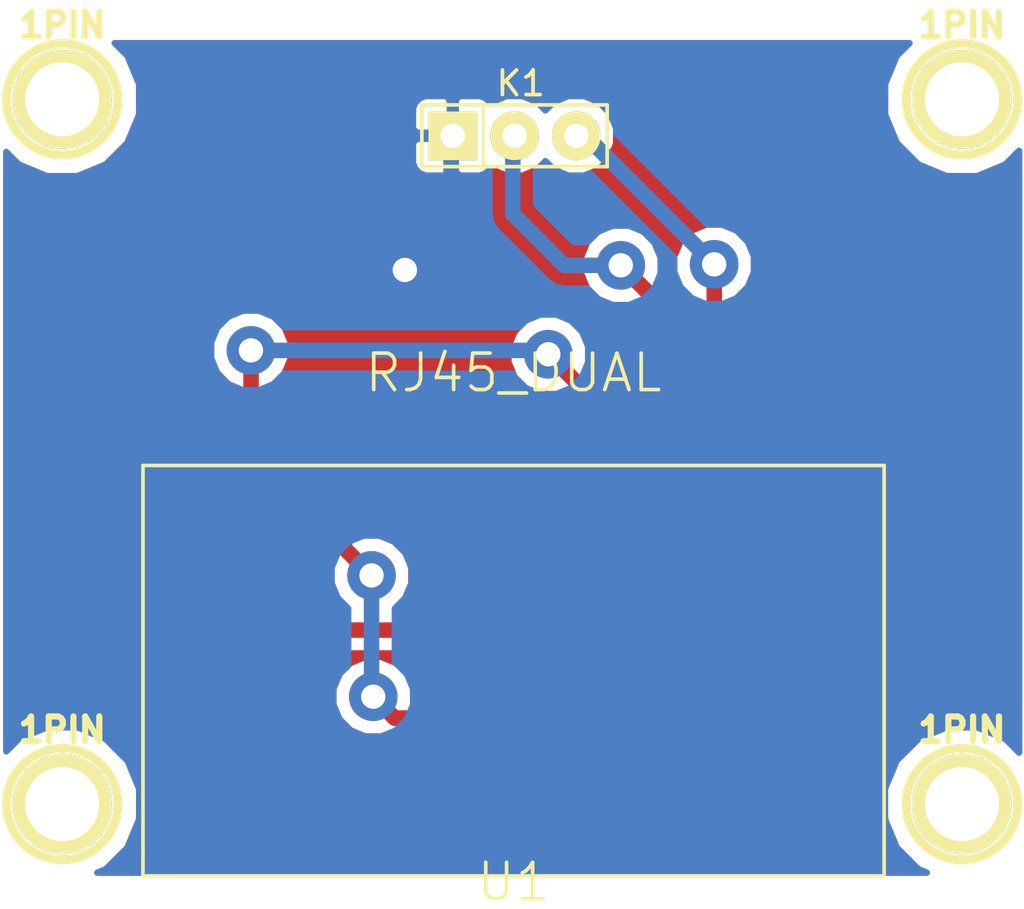
<source format=kicad_pcb>
(kicad_pcb (version 3) (host pcbnew "(2013-may-18)-stable")

  (general
    (links 15)
    (no_connects 0)
    (area 164.269499 145.063 212.721428 182.289)
    (thickness 1.6)
    (drawings 7)
    (tracks 51)
    (zones 0)
    (modules 6)
    (nets 5)
  )

  (page A3)
  (layers
    (15 F.Cu signal)
    (0 B.Cu signal)
    (16 B.Adhes user)
    (17 F.Adhes user)
    (18 B.Paste user)
    (19 F.Paste user)
    (20 B.SilkS user)
    (21 F.SilkS user)
    (22 B.Mask user)
    (23 F.Mask user)
    (24 Dwgs.User user)
    (25 Cmts.User user)
    (26 Eco1.User user)
    (27 Eco2.User user)
    (28 Edge.Cuts user)
  )

  (setup
    (last_trace_width 0.254)
    (user_trace_width 0.64)
    (user_trace_width 1)
    (trace_clearance 0.254)
    (zone_clearance 0.508)
    (zone_45_only yes)
    (trace_min 0.254)
    (segment_width 0.2)
    (edge_width 0.1)
    (via_size 0.889)
    (via_drill 0.635)
    (via_min_size 0.889)
    (via_min_drill 0.508)
    (user_via 2 1)
    (uvia_size 0.508)
    (uvia_drill 0.127)
    (uvias_allowed no)
    (uvia_min_size 0.508)
    (uvia_min_drill 0.127)
    (pcb_text_width 0.3)
    (pcb_text_size 1.5 1.5)
    (mod_edge_width 0.15)
    (mod_text_size 1 1)
    (mod_text_width 0.15)
    (pad_size 2 2)
    (pad_drill 1)
    (pad_to_mask_clearance 0)
    (aux_axis_origin 0 0)
    (visible_elements FFFFFFBF)
    (pcbplotparams
      (layerselection 32769)
      (usegerberextensions false)
      (excludeedgelayer true)
      (linewidth 0.150000)
      (plotframeref false)
      (viasonmask false)
      (mode 1)
      (useauxorigin false)
      (hpglpennumber 1)
      (hpglpenspeed 20)
      (hpglpendiameter 15)
      (hpglpenoverlay 2)
      (psnegative false)
      (psa4output false)
      (plotreference true)
      (plotvalue true)
      (plotothertext true)
      (plotinvisibletext false)
      (padsonsilk false)
      (subtractmaskfromsilk false)
      (outputformat 2)
      (mirror false)
      (drillshape 2)
      (scaleselection 1)
      (outputdirectory ""))
  )

  (net 0 "")
  (net 1 GND)
  (net 2 N-000001)
  (net 3 N-000005)
  (net 4 N-000006)

  (net_class Default "This is the default net class."
    (clearance 0.254)
    (trace_width 0.254)
    (via_dia 0.889)
    (via_drill 0.635)
    (uvia_dia 0.508)
    (uvia_drill 0.127)
    (add_net "")
    (add_net GND)
    (add_net N-000001)
    (add_net N-000005)
    (add_net N-000006)
  )

  (module 1pin (layer F.Cu) (tedit 544D70AA) (tstamp 544DCCDF)
    (at 204 149)
    (descr "module 1 pin (ou trou mecanique de percage)")
    (tags DEV)
    (path 1pin)
    (fp_text reference 1PIN (at 0 -3.048) (layer F.SilkS)
      (effects (font (size 1.016 1.016) (thickness 0.254)))
    )
    (fp_text value P*** (at 0 2.794) (layer F.SilkS) hide
      (effects (font (size 1.016 1.016) (thickness 0.254)))
    )
    (fp_circle (center 0 0) (end 0 -2.286) (layer F.SilkS) (width 0.381))
    (pad 1 thru_hole circle (at 0 0) (size 4.064 4.064) (drill 3.048)
      (layers *.Cu *.Mask F.SilkS)
      (clearance 1)
    )
  )

  (module 1pin (layer F.Cu) (tedit 544D70A5) (tstamp 544DCD10)
    (at 167 149)
    (descr "module 1 pin (ou trou mecanique de percage)")
    (tags DEV)
    (path 1pin)
    (fp_text reference 1PIN (at 0 -3.048) (layer F.SilkS)
      (effects (font (size 1.016 1.016) (thickness 0.254)))
    )
    (fp_text value P*** (at 0 2.794) (layer F.SilkS) hide
      (effects (font (size 1.016 1.016) (thickness 0.254)))
    )
    (fp_circle (center 0 0) (end 0 -2.286) (layer F.SilkS) (width 0.381))
    (pad 1 thru_hole circle (at 0 0) (size 4.064 4.064) (drill 3.048)
      (layers *.Cu *.Mask F.SilkS)
      (clearance 1)
    )
  )

  (module 1pin (layer F.Cu) (tedit 544D70AF) (tstamp 544DCD22)
    (at 204 178)
    (descr "module 1 pin (ou trou mecanique de percage)")
    (tags DEV)
    (path 1pin)
    (fp_text reference 1PIN (at 0 -3.048) (layer F.SilkS)
      (effects (font (size 1.016 1.016) (thickness 0.254)))
    )
    (fp_text value P*** (at 0 2.794) (layer F.SilkS) hide
      (effects (font (size 1.016 1.016) (thickness 0.254)))
    )
    (fp_circle (center 0 0) (end 0 -2.286) (layer F.SilkS) (width 0.381))
    (pad 1 thru_hole circle (at 0 0) (size 4.064 4.064) (drill 3.048)
      (layers *.Cu *.Mask F.SilkS)
      (clearance 1)
    )
  )

  (module 1pin (layer F.Cu) (tedit 544D70B4) (tstamp 5450001C)
    (at 167 178)
    (descr "module 1 pin (ou trou mecanique de percage)")
    (tags DEV)
    (path 1pin)
    (fp_text reference 1PIN (at 0 -3.048) (layer F.SilkS)
      (effects (font (size 1.016 1.016) (thickness 0.254)))
    )
    (fp_text value P*** (at 0 2.794) (layer F.SilkS) hide
      (effects (font (size 1.016 1.016) (thickness 0.254)))
    )
    (fp_circle (center 0 0) (end 0 -2.286) (layer F.SilkS) (width 0.381))
    (pad 1 thru_hole circle (at 0 0) (size 4.064 4.064) (drill 3.048)
      (layers *.Cu *.Mask F.SilkS)
      (clearance 1)
    )
  )

  (module PIN_ARRAY_3X1 (layer F.Cu) (tedit 544FFF92) (tstamp 544FFF43)
    (at 185.6 150.5)
    (descr "Connecteur 3 pins")
    (tags "CONN DEV")
    (path /544FFEF3)
    (fp_text reference K1 (at 0.254 -2.159) (layer F.SilkS)
      (effects (font (size 1.016 1.016) (thickness 0.1524)))
    )
    (fp_text value CONN_3 (at 0 -2.159) (layer F.SilkS) hide
      (effects (font (size 1.016 1.016) (thickness 0.1524)))
    )
    (fp_line (start -3.81 1.27) (end -3.81 -1.27) (layer F.SilkS) (width 0.1524))
    (fp_line (start -3.81 -1.27) (end 3.81 -1.27) (layer F.SilkS) (width 0.1524))
    (fp_line (start 3.81 -1.27) (end 3.81 1.27) (layer F.SilkS) (width 0.1524))
    (fp_line (start 3.81 1.27) (end -3.81 1.27) (layer F.SilkS) (width 0.1524))
    (fp_line (start -1.27 -1.27) (end -1.27 1.27) (layer F.SilkS) (width 0.1524))
    (pad 1 thru_hole rect (at -2.54 0) (size 2 2) (drill 1)
      (layers *.Cu *.Mask F.SilkS)
      (net 1 GND)
    )
    (pad 2 thru_hole circle (at 0 0) (size 2 2) (drill 1)
      (layers *.Cu *.Mask F.SilkS)
      (net 3 N-000005)
    )
    (pad 3 thru_hole circle (at 2.54 0) (size 2 2) (drill 1)
      (layers *.Cu *.Mask F.SilkS)
      (net 4 N-000006)
    )
    (model pin_array/pins_array_3x1.wrl
      (at (xyz 0 0 0))
      (scale (xyz 1 1 1))
      (rotate (xyz 0 0 0))
    )
  )

  (module RJ45_DUAL (layer F.Cu) (tedit 544FFA6D) (tstamp 544D6EE5)
    (at 185.56 164.7)
    (path /544D6ABA)
    (fp_text reference U1 (at 0 16.51) (layer F.SilkS)
      (effects (font (size 1.5 1.5) (thickness 0.15)))
    )
    (fp_text value RJ45_DUAL (at 0 -4.445) (layer F.SilkS)
      (effects (font (size 1.5 1.5) (thickness 0.15)))
    )
    (fp_line (start 15.24 15.24) (end 15.24 16.255) (layer F.SilkS) (width 0.15))
    (fp_line (start -15.24 15.24) (end -15.24 16.255) (layer F.SilkS) (width 0.15))
    (fp_line (start -15.24 16.255) (end 15.24 16.255) (layer F.SilkS) (width 0.15))
    (fp_line (start 15.24 -0.635) (end 15.24 15.24) (layer F.SilkS) (width 0.15))
    (fp_line (start -15.24 15.24) (end -15.24 -0.635) (layer F.SilkS) (width 0.15))
    (fp_line (start -15.24 -0.635) (end 15.24 -0.635) (layer F.SilkS) (width 0.15))
    (pad 5 smd rect (at -6.985 -1.27) (size 0.64 2.54)
      (layers F.Cu F.Paste F.Mask)
      (net 4 N-000006)
    )
    (pad 6 smd rect (at -5.715 -1.27) (size 0.64 2.54)
      (layers F.Cu F.Paste F.Mask)
      (net 1 GND)
    )
    (pad 7 smd rect (at -4.445 -1.27) (size 0.64 2.54)
      (layers F.Cu F.Paste F.Mask)
      (net 1 GND)
    )
    (pad 8 smd rect (at -3.175 -1.27) (size 0.64 2.54)
      (layers F.Cu F.Paste F.Mask)
      (net 1 GND)
    )
    (pad 4 smd rect (at -8.255 -1.27) (size 0.64 2.54)
      (layers F.Cu F.Paste F.Mask)
      (net 3 N-000005)
    )
    (pad 3 smd rect (at -9.525 -1.27) (size 0.64 2.54)
      (layers F.Cu F.Paste F.Mask)
      (net 2 N-000001)
    )
    (pad 2 smd rect (at -10.795 -1.27) (size 0.64 2.54)
      (layers F.Cu F.Paste F.Mask)
      (net 2 N-000001)
    )
    (pad 1 smd rect (at -12.065 -1.27) (size 0.64 2.54)
      (layers F.Cu F.Paste F.Mask)
      (net 2 N-000001)
    )
    (pad 9 smd rect (at 3.175 -1.27) (size 0.64 2.54)
      (layers F.Cu F.Paste F.Mask)
      (net 2 N-000001)
    )
    (pad 10 smd rect (at 4.445 -1.27) (size 0.64 2.54)
      (layers F.Cu F.Paste F.Mask)
      (net 2 N-000001)
    )
    (pad 11 smd rect (at 5.715 -1.27) (size 0.64 2.54)
      (layers F.Cu F.Paste F.Mask)
      (net 2 N-000001)
    )
    (pad 12 smd rect (at 6.985 -1.27) (size 0.64 2.54)
      (layers F.Cu F.Paste F.Mask)
      (net 3 N-000005)
    )
    (pad 13 smd rect (at 8.255 -1.27) (size 0.64 2.54)
      (layers F.Cu F.Paste F.Mask)
      (net 4 N-000006)
    )
    (pad 14 smd rect (at 9.525 -1.27) (size 0.64 2.54)
      (layers F.Cu F.Paste F.Mask)
      (net 1 GND)
    )
    (pad 15 smd rect (at 10.795 -1.27) (size 0.64 2.54)
      (layers F.Cu F.Paste F.Mask)
      (net 1 GND)
    )
    (pad 16 smd rect (at 12.065 -1.27) (size 0.64 2.54)
      (layers F.Cu F.Paste F.Mask)
      (net 1 GND)
    )
    (pad 17 smd rect (at -13.97 10.525) (size 2.53 5.21)
      (layers F.Cu F.Paste F.Mask)
    )
    (pad 18 smd rect (at 13.97 10.525) (size 2.53 5.21)
      (layers F.Cu F.Paste F.Mask)
    )
  )

  (gr_line (start 206.46 180.94) (end 206.46 179.45) (angle 90) (layer Eco2.User) (width 0.2))
  (gr_line (start 164.55 180.94) (end 206.46 180.94) (angle 90) (layer Eco2.User) (width 0.2))
  (gr_line (start 164.55 179.41) (end 164.55 180.94) (angle 90) (layer Eco2.User) (width 0.2))
  (gr_text VSCP_USB2CAN (at 204 162.09 90) (layer F.Cu)
    (effects (font (size 1.5 1.5) (thickness 0.3)))
  )
  (gr_line (start 164.54 179.45) (end 164.54 146.52) (angle 90) (layer Eco2.User) (width 0.2))
  (gr_line (start 206.46 146.54) (end 206.46 179.45) (angle 90) (layer Eco2.User) (width 0.2))
  (gr_line (start 164.54 146.54) (end 206.46 146.54) (angle 90) (layer Eco2.User) (width 0.2))

  (segment (start 197.625 163.43) (end 196.355 163.43) (width 0.64) (layer F.Cu) (net 1))
  (segment (start 195.085 163.43) (end 196.355 163.43) (width 0.64) (layer F.Cu) (net 1))
  (segment (start 181.115 163.43) (end 182.385 163.43) (width 0.64) (layer F.Cu) (net 1))
  (segment (start 179.845 163.43) (end 181.115 163.43) (width 0.64) (layer F.Cu) (net 1))
  (segment (start 182.99 150.69) (end 182.99 154.12) (width 0.64) (layer B.Cu) (net 1))
  (segment (start 181.115 156.045) (end 181.115 158.69) (width 0.64) (layer F.Cu) (net 1) (tstamp 544D6F29))
  (segment (start 181.09 156.02) (end 181.115 156.045) (width 0.64) (layer F.Cu) (net 1) (tstamp 544D6F28))
  (via (at 181.09 156.02) (size 2) (drill 1) (layers F.Cu B.Cu) (net 1))
  (segment (start 182.99 154.12) (end 181.09 156.02) (width 0.64) (layer B.Cu) (net 1) (tstamp 544D6F26))
  (segment (start 181.115 158.69) (end 181.115 163.43) (width 0.64) (layer F.Cu) (net 1) (tstamp 544DCD06))
  (segment (start 190.005 163.43) (end 191.275 163.43) (width 0.64) (layer F.Cu) (net 2))
  (segment (start 188.735 163.43) (end 190.005 163.43) (width 0.64) (layer F.Cu) (net 2))
  (segment (start 174.765 163.43) (end 176.035 163.43) (width 0.64) (layer F.Cu) (net 2))
  (segment (start 173.495 163.43) (end 174.765 163.43) (width 0.64) (layer F.Cu) (net 2))
  (segment (start 188.735 163.43) (end 188.735 161.235) (width 0.64) (layer F.Cu) (net 2))
  (segment (start 174.765 159.335) (end 174.765 163.43) (width 0.64) (layer F.Cu) (net 2) (tstamp 544D6F7F))
  (segment (start 174.76 159.33) (end 174.765 159.335) (width 0.64) (layer F.Cu) (net 2) (tstamp 544D6F7E))
  (via (at 174.76 159.33) (size 2) (drill 1) (layers F.Cu B.Cu) (net 2))
  (segment (start 186.83 159.33) (end 174.76 159.33) (width 0.64) (layer B.Cu) (net 2) (tstamp 544D6F79))
  (segment (start 186.99 159.49) (end 186.83 159.33) (width 0.64) (layer B.Cu) (net 2) (tstamp 544D6F78))
  (via (at 186.99 159.49) (size 2) (drill 1) (layers F.Cu B.Cu) (net 2))
  (segment (start 188.735 161.235) (end 186.99 159.49) (width 0.64) (layer F.Cu) (net 2) (tstamp 544D6F73))
  (segment (start 192.545 163.43) (end 192.545 169.975) (width 0.64) (layer F.Cu) (net 3))
  (segment (start 177.305 169.725) (end 177.305 163.43) (width 0.64) (layer F.Cu) (net 3) (tstamp 544D6F57))
  (segment (start 178.42 170.84) (end 177.305 169.725) (width 0.64) (layer F.Cu) (net 3) (tstamp 544D6F56))
  (segment (start 191.68 170.84) (end 178.42 170.84) (width 0.64) (layer F.Cu) (net 3) (tstamp 544D6F55))
  (segment (start 192.545 169.975) (end 191.68 170.84) (width 0.64) (layer F.Cu) (net 3) (tstamp 544D6F52))
  (segment (start 185.53 150.69) (end 185.53 153.72) (width 0.64) (layer B.Cu) (net 3))
  (segment (start 192.545 160.655) (end 192.545 163.43) (width 0.64) (layer F.Cu) (net 3) (tstamp 544D6F43))
  (segment (start 191.95 160.06) (end 192.545 160.655) (width 0.64) (layer F.Cu) (net 3) (tstamp 544D6F42))
  (segment (start 191.95 157.81) (end 191.95 160.06) (width 0.64) (layer F.Cu) (net 3) (tstamp 544D6F41))
  (segment (start 189.97 155.83) (end 191.95 157.81) (width 0.64) (layer F.Cu) (net 3) (tstamp 544D6F40))
  (via (at 189.97 155.83) (size 2) (drill 1) (layers F.Cu B.Cu) (net 3))
  (segment (start 187.64 155.83) (end 189.97 155.83) (width 0.64) (layer B.Cu) (net 3) (tstamp 544D6F36))
  (segment (start 185.53 153.72) (end 187.64 155.83) (width 0.64) (layer B.Cu) (net 3) (tstamp 544D6F32))
  (segment (start 193.815 163.43) (end 193.815 172.665) (width 0.64) (layer F.Cu) (net 4))
  (segment (start 178.61 163.465) (end 178.575 163.43) (width 0.64) (layer F.Cu) (net 4) (tstamp 544D6F63))
  (segment (start 178.61 167.48) (end 178.61 163.465) (width 0.64) (layer F.Cu) (net 4) (tstamp 544D6F62))
  (segment (start 179.72 168.59) (end 178.61 167.48) (width 0.64) (layer F.Cu) (net 4) (tstamp 544D6F61))
  (via (at 179.72 168.59) (size 2) (drill 1) (layers F.Cu B.Cu) (net 4))
  (segment (start 179.72 173.51) (end 179.72 168.59) (width 0.64) (layer B.Cu) (net 4) (tstamp 544D6F5F))
  (segment (start 179.79 173.58) (end 179.72 173.51) (width 0.64) (layer B.Cu) (net 4) (tstamp 544D6F5E))
  (via (at 179.79 173.58) (size 2) (drill 1) (layers F.Cu B.Cu) (net 4))
  (segment (start 180.67 174.46) (end 179.79 173.58) (width 0.64) (layer F.Cu) (net 4) (tstamp 544D6F5C))
  (segment (start 192.02 174.46) (end 180.67 174.46) (width 0.64) (layer F.Cu) (net 4) (tstamp 544D6F5B))
  (segment (start 193.815 172.665) (end 192.02 174.46) (width 0.64) (layer F.Cu) (net 4) (tstamp 544D6F5A))
  (segment (start 188.07 150.69) (end 188.71 150.69) (width 0.64) (layer B.Cu) (net 4))
  (segment (start 193.815 155.795) (end 193.815 163.43) (width 0.64) (layer F.Cu) (net 4) (tstamp 544D6F4F))
  (segment (start 193.81 155.79) (end 193.815 155.795) (width 0.64) (layer F.Cu) (net 4) (tstamp 544D6F4E))
  (via (at 193.81 155.79) (size 2) (drill 1) (layers F.Cu B.Cu) (net 4))
  (segment (start 188.71 150.69) (end 193.81 155.79) (width 0.64) (layer B.Cu) (net 4) (tstamp 544D6F47))

  (zone (net 0) (net_name "") (layer F.Cu) (tstamp 544DCD6F) (hatch edge 0.508)
    (connect_pads (clearance 0.508))
    (min_thickness 0.254)
    (keepout (tracks not_allowed) (vias not_allowed) (copperpour allowed))
    (fill (arc_segments 16) (thermal_gap 0.508) (thermal_bridge_width 0.508))
    (polygon
      (pts
        (xy 205.35 171.03) (xy 202.44 171.03) (xy 202.44 153.3) (xy 205.35 153.3)
      )
    )
  )
  (zone (net 1) (net_name GND) (layer F.Cu) (tstamp 54500021) (hatch edge 0.508)
    (connect_pads (clearance 0.508))
    (min_thickness 0.254)
    (fill (arc_segments 16) (thermal_gap 0.508) (thermal_bridge_width 0.508))
    (polygon
      (pts
        (xy 164.57 146.56) (xy 206.48 146.56) (xy 206.48 180.95) (xy 164.57 180.95) (xy 164.57 178.47)
        (xy 164.57 178.54)
      )
    )
    (filled_polygon
      (pts
        (xy 206.353 175.885706) (xy 205.835 175.366801) (xy 205.835 171.446428) (xy 205.835 152.733572) (xy 201.865 152.733572)
        (xy 201.865 171.446428) (xy 205.835 171.446428) (xy 205.835 175.366801) (xy 205.791766 175.323492) (xy 204.631121 174.84155)
        (xy 203.374393 174.840453) (xy 202.212908 175.320369) (xy 201.43011 176.101801) (xy 201.43011 172.494245) (xy 201.333641 172.260771)
        (xy 201.155168 172.081987) (xy 200.921864 171.985111) (xy 200.669245 171.98489) (xy 198.58011 171.98489) (xy 198.58011 164.574245)
        (xy 198.58011 162.285755) (xy 198.579889 162.033136) (xy 198.483013 161.799832) (xy 198.304229 161.621359) (xy 198.070755 161.52489)
        (xy 197.91075 161.525) (xy 197.752 161.68375) (xy 197.752 163.303) (xy 198.42125 163.303) (xy 198.58 163.14425)
        (xy 198.58011 162.285755) (xy 198.58011 164.574245) (xy 198.58 163.71575) (xy 198.42125 163.557) (xy 197.752 163.557)
        (xy 197.752 165.17625) (xy 197.91075 165.335) (xy 198.070755 165.33511) (xy 198.304229 165.238641) (xy 198.483013 165.060168)
        (xy 198.579889 164.826864) (xy 198.58011 164.574245) (xy 198.58011 171.98489) (xy 198.139245 171.98489) (xy 197.905771 172.081359)
        (xy 197.726987 172.259832) (xy 197.630111 172.493136) (xy 197.62989 172.745755) (xy 197.62989 177.955755) (xy 197.726359 178.189229)
        (xy 197.904832 178.368013) (xy 198.138136 178.464889) (xy 198.390755 178.46511) (xy 200.840593 178.46511) (xy 200.840453 178.625607)
        (xy 201.320369 179.787092) (xy 202.208234 180.676508) (xy 202.561025 180.823) (xy 197.498 180.823) (xy 197.498 165.17625)
        (xy 197.498 163.557) (xy 197.498 163.303) (xy 197.498 161.68375) (xy 197.33925 161.525) (xy 197.179245 161.52489)
        (xy 196.99 161.603084) (xy 196.800755 161.52489) (xy 196.64075 161.525) (xy 196.482 161.68375) (xy 196.482 163.303)
        (xy 196.82875 163.303) (xy 197.15125 163.303) (xy 197.498 163.303) (xy 197.498 163.557) (xy 197.15125 163.557)
        (xy 196.82875 163.557) (xy 196.482 163.557) (xy 196.482 165.17625) (xy 196.64075 165.335) (xy 196.800755 165.33511)
        (xy 196.99 165.256915) (xy 197.179245 165.33511) (xy 197.33925 165.335) (xy 197.498 165.17625) (xy 197.498 180.823)
        (xy 196.228 180.823) (xy 196.228 165.17625) (xy 196.228 163.557) (xy 196.228 163.303) (xy 196.228 161.68375)
        (xy 196.06925 161.525) (xy 195.909245 161.52489) (xy 195.72 161.603084) (xy 195.530755 161.52489) (xy 195.445284 161.524948)
        (xy 195.445284 155.466205) (xy 195.196894 154.865057) (xy 194.737363 154.404722) (xy 194.136648 154.155284) (xy 193.486205 154.154716)
        (xy 192.885057 154.403106) (xy 192.424722 154.862637) (xy 192.175284 155.463352) (xy 192.174716 156.113795) (xy 192.423106 156.714943)
        (xy 192.86 157.152601) (xy 192.86 157.583769) (xy 192.832305 157.444537) (xy 192.625287 157.134713) (xy 192.625286 157.134712)
        (xy 191.604753 156.114179) (xy 191.605284 155.506205) (xy 191.356894 154.905057) (xy 190.897363 154.444722) (xy 190.296648 154.195284)
        (xy 189.775283 154.194828) (xy 189.775283 150.176205) (xy 189.526893 149.575057) (xy 189.067362 149.114723) (xy 188.466648 148.865285)
        (xy 187.816205 148.864717) (xy 187.215057 149.113107) (xy 186.869801 149.45776) (xy 186.527362 149.114723) (xy 185.926648 148.865285)
        (xy 185.276205 148.864717) (xy 184.675057 149.113107) (xy 184.612744 149.17531) (xy 184.598013 149.139832) (xy 184.419229 148.961359)
        (xy 184.185755 148.86489) (xy 183.34575 148.865) (xy 183.187 149.02375) (xy 183.187 150.373) (xy 183.207 150.373)
        (xy 183.207 150.627) (xy 183.187 150.627) (xy 183.187 151.97625) (xy 183.34575 152.135) (xy 184.185755 152.13511)
        (xy 184.419229 152.038641) (xy 184.598013 151.860168) (xy 184.612571 151.825106) (xy 184.672638 151.885277) (xy 185.273352 152.134715)
        (xy 185.923795 152.135283) (xy 186.524943 151.886893) (xy 186.870198 151.542239) (xy 187.212638 151.885277) (xy 187.813352 152.134715)
        (xy 188.463795 152.135283) (xy 189.064943 151.886893) (xy 189.525277 151.427362) (xy 189.774715 150.826648) (xy 189.775283 150.176205)
        (xy 189.775283 154.194828) (xy 189.646205 154.194716) (xy 189.045057 154.443106) (xy 188.584722 154.902637) (xy 188.335284 155.503352)
        (xy 188.334716 156.153795) (xy 188.583106 156.754943) (xy 189.042637 157.215278) (xy 189.643352 157.464716) (xy 190.254675 157.465249)
        (xy 190.995 158.205574) (xy 190.995 160.06) (xy 191.067695 160.425463) (xy 191.274713 160.735287) (xy 191.59 161.050574)
        (xy 191.59 161.524995) (xy 191.469245 161.52489) (xy 190.829245 161.52489) (xy 190.639821 161.603157) (xy 190.451864 161.525111)
        (xy 190.199245 161.52489) (xy 189.69 161.52489) (xy 189.69 161.235) (xy 189.617305 160.869537) (xy 189.410287 160.559713)
        (xy 188.624753 159.774179) (xy 188.625284 159.166205) (xy 188.376894 158.565057) (xy 187.917363 158.104722) (xy 187.316648 157.855284)
        (xy 186.666205 157.854716) (xy 186.065057 158.103106) (xy 185.604722 158.562637) (xy 185.355284 159.163352) (xy 185.354716 159.813795)
        (xy 185.603106 160.414943) (xy 186.062637 160.875278) (xy 186.663352 161.124716) (xy 187.274675 161.125249) (xy 187.78 161.630574)
        (xy 187.78 162.160017) (xy 187.77989 162.285755) (xy 187.77989 164.825755) (xy 187.876359 165.059229) (xy 188.054832 165.238013)
        (xy 188.288136 165.334889) (xy 188.540755 165.33511) (xy 189.180755 165.33511) (xy 189.370178 165.256842) (xy 189.558136 165.334889)
        (xy 189.810755 165.33511) (xy 190.450755 165.33511) (xy 190.640178 165.256842) (xy 190.828136 165.334889) (xy 191.080755 165.33511)
        (xy 191.59 165.33511) (xy 191.59 169.579426) (xy 191.284426 169.885) (xy 183.34011 169.885) (xy 183.34011 164.574245)
        (xy 183.34011 162.285755) (xy 183.339889 162.033136) (xy 183.243013 161.799832) (xy 183.064229 161.621359) (xy 182.933 161.567136)
        (xy 182.933 151.97625) (xy 182.933 150.627) (xy 182.933 150.373) (xy 182.933 149.02375) (xy 182.77425 148.865)
        (xy 181.934245 148.86489) (xy 181.700771 148.961359) (xy 181.521987 149.139832) (xy 181.425111 149.373136) (xy 181.42489 149.625755)
        (xy 181.425 150.21425) (xy 181.58375 150.373) (xy 182.933 150.373) (xy 182.933 150.627) (xy 181.58375 150.627)
        (xy 181.425 150.78575) (xy 181.42489 151.374245) (xy 181.425111 151.626864) (xy 181.521987 151.860168) (xy 181.700771 152.038641)
        (xy 181.934245 152.13511) (xy 182.77425 152.135) (xy 182.933 151.97625) (xy 182.933 161.567136) (xy 182.830755 161.52489)
        (xy 182.67075 161.525) (xy 182.512 161.68375) (xy 182.512 163.303) (xy 183.18125 163.303) (xy 183.34 163.14425)
        (xy 183.34011 162.285755) (xy 183.34011 164.574245) (xy 183.34 163.71575) (xy 183.18125 163.557) (xy 182.512 163.557)
        (xy 182.512 165.17625) (xy 182.67075 165.335) (xy 182.830755 165.33511) (xy 183.064229 165.238641) (xy 183.243013 165.060168)
        (xy 183.339889 164.826864) (xy 183.34011 164.574245) (xy 183.34011 169.885) (xy 182.258 169.885) (xy 182.258 165.17625)
        (xy 182.258 163.557) (xy 182.258 163.303) (xy 182.258 161.68375) (xy 182.09925 161.525) (xy 181.939245 161.52489)
        (xy 181.75 161.603084) (xy 181.560755 161.52489) (xy 181.40075 161.525) (xy 181.242 161.68375) (xy 181.242 163.303)
        (xy 181.58875 163.303) (xy 181.91125 163.303) (xy 182.258 163.303) (xy 182.258 163.557) (xy 181.91125 163.557)
        (xy 181.58875 163.557) (xy 181.242 163.557) (xy 181.242 165.17625) (xy 181.40075 165.335) (xy 181.560755 165.33511)
        (xy 181.75 165.256915) (xy 181.939245 165.33511) (xy 182.09925 165.335) (xy 182.258 165.17625) (xy 182.258 169.885)
        (xy 180.736997 169.885) (xy 181.105278 169.517363) (xy 181.354716 168.916648) (xy 181.355284 168.266205) (xy 181.106894 167.665057)
        (xy 180.988 167.545954) (xy 180.988 165.17625) (xy 180.988 163.557) (xy 180.988 163.303) (xy 180.988 161.68375)
        (xy 180.82925 161.525) (xy 180.669245 161.52489) (xy 180.48 161.603084) (xy 180.290755 161.52489) (xy 180.13075 161.525)
        (xy 179.972 161.68375) (xy 179.972 163.303) (xy 180.31875 163.303) (xy 180.64125 163.303) (xy 180.988 163.303)
        (xy 180.988 163.557) (xy 180.64125 163.557) (xy 180.31875 163.557) (xy 179.972 163.557) (xy 179.972 165.17625)
        (xy 180.13075 165.335) (xy 180.290755 165.33511) (xy 180.48 165.256915) (xy 180.669245 165.33511) (xy 180.82925 165.335)
        (xy 180.988 165.17625) (xy 180.988 167.545954) (xy 180.647363 167.204722) (xy 180.046648 166.955284) (xy 179.565 166.954863)
        (xy 179.565 165.32925) (xy 179.718 165.17625) (xy 179.718 163.557) (xy 179.698 163.557) (xy 179.698 163.303)
        (xy 179.718 163.303) (xy 179.718 161.68375) (xy 179.55925 161.525) (xy 179.399245 161.52489) (xy 179.209821 161.603157)
        (xy 179.021864 161.525111) (xy 178.769245 161.52489) (xy 178.129245 161.52489) (xy 177.939821 161.603157) (xy 177.751864 161.525111)
        (xy 177.499245 161.52489) (xy 176.859245 161.52489) (xy 176.669821 161.603157) (xy 176.481864 161.525111) (xy 176.229245 161.52489)
        (xy 175.72 161.52489) (xy 175.72 160.681898) (xy 176.145278 160.257363) (xy 176.394716 159.656648) (xy 176.395284 159.006205)
        (xy 176.146894 158.405057) (xy 175.687363 157.944722) (xy 175.086648 157.695284) (xy 174.436205 157.694716) (xy 173.835057 157.943106)
        (xy 173.374722 158.402637) (xy 173.125284 159.003352) (xy 173.124716 159.653795) (xy 173.373106 160.254943) (xy 173.81 160.692601)
        (xy 173.81 161.524995) (xy 173.689245 161.52489) (xy 173.049245 161.52489) (xy 172.815771 161.621359) (xy 172.636987 161.799832)
        (xy 172.540111 162.033136) (xy 172.53989 162.285755) (xy 172.53989 164.825755) (xy 172.636359 165.059229) (xy 172.814832 165.238013)
        (xy 173.048136 165.334889) (xy 173.300755 165.33511) (xy 173.940755 165.33511) (xy 174.130178 165.256842) (xy 174.318136 165.334889)
        (xy 174.570755 165.33511) (xy 175.210755 165.33511) (xy 175.400178 165.256842) (xy 175.588136 165.334889) (xy 175.840755 165.33511)
        (xy 176.35 165.33511) (xy 176.35 169.725) (xy 176.422695 170.090463) (xy 176.629713 170.400287) (xy 177.744713 171.515287)
        (xy 178.054537 171.722305) (xy 178.42 171.795) (xy 191.68 171.795) (xy 192.045462 171.722305) (xy 192.045463 171.722305)
        (xy 192.355287 171.515287) (xy 192.86 171.010573) (xy 192.86 172.269426) (xy 191.624425 173.505) (xy 181.425066 173.505)
        (xy 181.425284 173.256205) (xy 181.176894 172.655057) (xy 180.717363 172.194722) (xy 180.116648 171.945284) (xy 179.466205 171.944716)
        (xy 178.865057 172.193106) (xy 178.404722 172.652637) (xy 178.155284 173.253352) (xy 178.154716 173.903795) (xy 178.403106 174.504943)
        (xy 178.862637 174.965278) (xy 179.463352 175.214716) (xy 180.113795 175.215284) (xy 180.114191 175.21512) (xy 180.304537 175.342305)
        (xy 180.669999 175.414999) (xy 180.67 175.415) (xy 192.02 175.415) (xy 192.385462 175.342305) (xy 192.385463 175.342305)
        (xy 192.695287 175.135287) (xy 194.490287 173.340287) (xy 194.697305 173.030463) (xy 194.77 172.665) (xy 194.77 165.33502)
        (xy 194.79925 165.335) (xy 194.958 165.17625) (xy 194.958 163.557) (xy 194.938 163.557) (xy 194.938 163.303)
        (xy 194.958 163.303) (xy 194.958 161.68375) (xy 194.79925 161.525) (xy 194.77 161.524979) (xy 194.77 157.141898)
        (xy 195.195278 156.717363) (xy 195.444716 156.116648) (xy 195.445284 155.466205) (xy 195.445284 161.524948) (xy 195.37075 161.525)
        (xy 195.212 161.68375) (xy 195.212 163.303) (xy 195.55875 163.303) (xy 195.88125 163.303) (xy 196.228 163.303)
        (xy 196.228 163.557) (xy 195.88125 163.557) (xy 195.55875 163.557) (xy 195.212 163.557) (xy 195.212 165.17625)
        (xy 195.37075 165.335) (xy 195.530755 165.33511) (xy 195.72 165.256915) (xy 195.909245 165.33511) (xy 196.06925 165.335)
        (xy 196.228 165.17625) (xy 196.228 180.823) (xy 168.440112 180.823) (xy 168.787092 180.679631) (xy 169.676508 179.791766)
        (xy 170.15845 178.631121) (xy 170.158609 178.448476) (xy 170.198136 178.464889) (xy 170.450755 178.46511) (xy 172.980755 178.46511)
        (xy 173.214229 178.368641) (xy 173.393013 178.190168) (xy 173.489889 177.956864) (xy 173.49011 177.704245) (xy 173.49011 172.494245)
        (xy 173.393641 172.260771) (xy 173.215168 172.081987) (xy 172.981864 171.985111) (xy 172.729245 171.98489) (xy 170.199245 171.98489)
        (xy 169.965771 172.081359) (xy 169.786987 172.259832) (xy 169.690111 172.493136) (xy 169.68989 172.745755) (xy 169.68989 176.237736)
        (xy 169.679631 176.212908) (xy 168.791766 175.323492) (xy 167.631121 174.84155) (xy 166.374393 174.840453) (xy 165.212908 175.320369)
        (xy 164.697 175.835377) (xy 164.697 151.16438) (xy 165.208234 151.676508) (xy 166.368879 152.15845) (xy 167.625607 152.159547)
        (xy 168.787092 151.679631) (xy 169.676508 150.791766) (xy 170.15845 149.631121) (xy 170.159547 148.374393) (xy 169.679631 147.212908)
        (xy 169.15464 146.687) (xy 201.845636 146.687) (xy 201.323492 147.208234) (xy 200.84155 148.368879) (xy 200.840453 149.625607)
        (xy 201.320369 150.787092) (xy 202.208234 151.676508) (xy 203.368879 152.15845) (xy 204.625607 152.159547) (xy 205.787092 151.679631)
        (xy 206.353 151.114709) (xy 206.353 175.885706)
      )
    )
  )
  (zone (net 1) (net_name GND) (layer B.Cu) (tstamp 5450003E) (hatch edge 0.508)
    (connect_pads (clearance 0.508))
    (min_thickness 0.254)
    (fill (arc_segments 16) (thermal_gap 0.508) (thermal_bridge_width 0.508))
    (polygon
      (pts
        (xy 164.57 146.56) (xy 206.48 146.56) (xy 206.48 180.95) (xy 164.57 180.95) (xy 164.57 179.18)
      )
    )
    (filled_polygon
      (pts
        (xy 206.353 175.885706) (xy 205.791766 175.323492) (xy 204.631121 174.84155) (xy 203.374393 174.840453) (xy 202.212908 175.320369)
        (xy 201.323492 176.208234) (xy 200.84155 177.368879) (xy 200.840453 178.625607) (xy 201.320369 179.787092) (xy 202.208234 180.676508)
        (xy 202.561025 180.823) (xy 195.445284 180.823) (xy 195.445284 155.466205) (xy 195.196894 154.865057) (xy 194.737363 154.404722)
        (xy 194.136648 154.155284) (xy 193.525324 154.15475) (xy 189.775083 150.404509) (xy 189.775283 150.176205) (xy 189.526893 149.575057)
        (xy 189.067362 149.114723) (xy 188.466648 148.865285) (xy 187.816205 148.864717) (xy 187.215057 149.113107) (xy 186.869801 149.45776)
        (xy 186.527362 149.114723) (xy 185.926648 148.865285) (xy 185.276205 148.864717) (xy 184.675057 149.113107) (xy 184.612744 149.17531)
        (xy 184.598013 149.139832) (xy 184.419229 148.961359) (xy 184.185755 148.86489) (xy 183.34575 148.865) (xy 183.187 149.02375)
        (xy 183.187 150.373) (xy 183.207 150.373) (xy 183.207 150.627) (xy 183.187 150.627) (xy 183.187 151.97625)
        (xy 183.34575 152.135) (xy 184.185755 152.13511) (xy 184.419229 152.038641) (xy 184.575 151.88314) (xy 184.575 153.72)
        (xy 184.647695 154.085463) (xy 184.854713 154.395287) (xy 186.964713 156.505287) (xy 187.274537 156.712305) (xy 187.64 156.785)
        (xy 188.61311 156.785) (xy 189.042637 157.215278) (xy 189.643352 157.464716) (xy 190.293795 157.465284) (xy 190.894943 157.216894)
        (xy 191.355278 156.757363) (xy 191.604716 156.156648) (xy 191.605284 155.506205) (xy 191.356894 154.905057) (xy 190.897363 154.444722)
        (xy 190.296648 154.195284) (xy 189.646205 154.194716) (xy 189.045057 154.443106) (xy 188.612407 154.875) (xy 188.035574 154.875)
        (xy 186.485 153.324426) (xy 186.485 151.903397) (xy 186.524943 151.886893) (xy 186.870198 151.542239) (xy 187.212638 151.885277)
        (xy 187.813352 152.134715) (xy 188.463795 152.135283) (xy 188.705031 152.035605) (xy 192.175246 155.50582) (xy 192.174716 156.113795)
        (xy 192.423106 156.714943) (xy 192.882637 157.175278) (xy 193.483352 157.424716) (xy 194.133795 157.425284) (xy 194.734943 157.176894)
        (xy 195.195278 156.717363) (xy 195.444716 156.116648) (xy 195.445284 155.466205) (xy 195.445284 180.823) (xy 188.625284 180.823)
        (xy 188.625284 159.166205) (xy 188.376894 158.565057) (xy 187.917363 158.104722) (xy 187.316648 157.855284) (xy 186.666205 157.854716)
        (xy 186.065057 158.103106) (xy 185.792687 158.375) (xy 182.933 158.375) (xy 182.933 151.97625) (xy 182.933 150.627)
        (xy 182.933 150.373) (xy 182.933 149.02375) (xy 182.77425 148.865) (xy 181.934245 148.86489) (xy 181.700771 148.961359)
        (xy 181.521987 149.139832) (xy 181.425111 149.373136) (xy 181.42489 149.625755) (xy 181.425 150.21425) (xy 181.58375 150.373)
        (xy 182.933 150.373) (xy 182.933 150.627) (xy 181.58375 150.627) (xy 181.425 150.78575) (xy 181.42489 151.374245)
        (xy 181.425111 151.626864) (xy 181.521987 151.860168) (xy 181.700771 152.038641) (xy 181.934245 152.13511) (xy 182.77425 152.135)
        (xy 182.933 151.97625) (xy 182.933 158.375) (xy 176.116889 158.375) (xy 175.687363 157.944722) (xy 175.086648 157.695284)
        (xy 174.436205 157.694716) (xy 173.835057 157.943106) (xy 173.374722 158.402637) (xy 173.125284 159.003352) (xy 173.124716 159.653795)
        (xy 173.373106 160.254943) (xy 173.832637 160.715278) (xy 174.433352 160.964716) (xy 175.083795 160.965284) (xy 175.684943 160.716894)
        (xy 176.117592 160.285) (xy 185.549414 160.285) (xy 185.603106 160.414943) (xy 186.062637 160.875278) (xy 186.663352 161.124716)
        (xy 187.313795 161.125284) (xy 187.914943 160.876894) (xy 188.375278 160.417363) (xy 188.624716 159.816648) (xy 188.625284 159.166205)
        (xy 188.625284 180.823) (xy 181.425284 180.823) (xy 181.425284 173.256205) (xy 181.176894 172.655057) (xy 180.717363 172.194722)
        (xy 180.675 172.177131) (xy 180.675 169.946889) (xy 181.105278 169.517363) (xy 181.354716 168.916648) (xy 181.355284 168.266205)
        (xy 181.106894 167.665057) (xy 180.647363 167.204722) (xy 180.046648 166.955284) (xy 179.396205 166.954716) (xy 178.795057 167.203106)
        (xy 178.334722 167.662637) (xy 178.085284 168.263352) (xy 178.084716 168.913795) (xy 178.333106 169.514943) (xy 178.765 169.947592)
        (xy 178.765 172.292988) (xy 178.404722 172.652637) (xy 178.155284 173.253352) (xy 178.154716 173.903795) (xy 178.403106 174.504943)
        (xy 178.862637 174.965278) (xy 179.463352 175.214716) (xy 180.113795 175.215284) (xy 180.714943 174.966894) (xy 181.175278 174.507363)
        (xy 181.424716 173.906648) (xy 181.425284 173.256205) (xy 181.425284 180.823) (xy 168.440112 180.823) (xy 168.787092 180.679631)
        (xy 169.676508 179.791766) (xy 170.15845 178.631121) (xy 170.159547 177.374393) (xy 169.679631 176.212908) (xy 168.791766 175.323492)
        (xy 167.631121 174.84155) (xy 166.374393 174.840453) (xy 165.212908 175.320369) (xy 164.697 175.835377) (xy 164.697 151.16438)
        (xy 165.208234 151.676508) (xy 166.368879 152.15845) (xy 167.625607 152.159547) (xy 168.787092 151.679631) (xy 169.676508 150.791766)
        (xy 170.15845 149.631121) (xy 170.159547 148.374393) (xy 169.679631 147.212908) (xy 169.15464 146.687) (xy 201.845636 146.687)
        (xy 201.323492 147.208234) (xy 200.84155 148.368879) (xy 200.840453 149.625607) (xy 201.320369 150.787092) (xy 202.208234 151.676508)
        (xy 203.368879 152.15845) (xy 204.625607 152.159547) (xy 205.787092 151.679631) (xy 206.353 151.114709) (xy 206.353 175.885706)
      )
    )
  )
)

</source>
